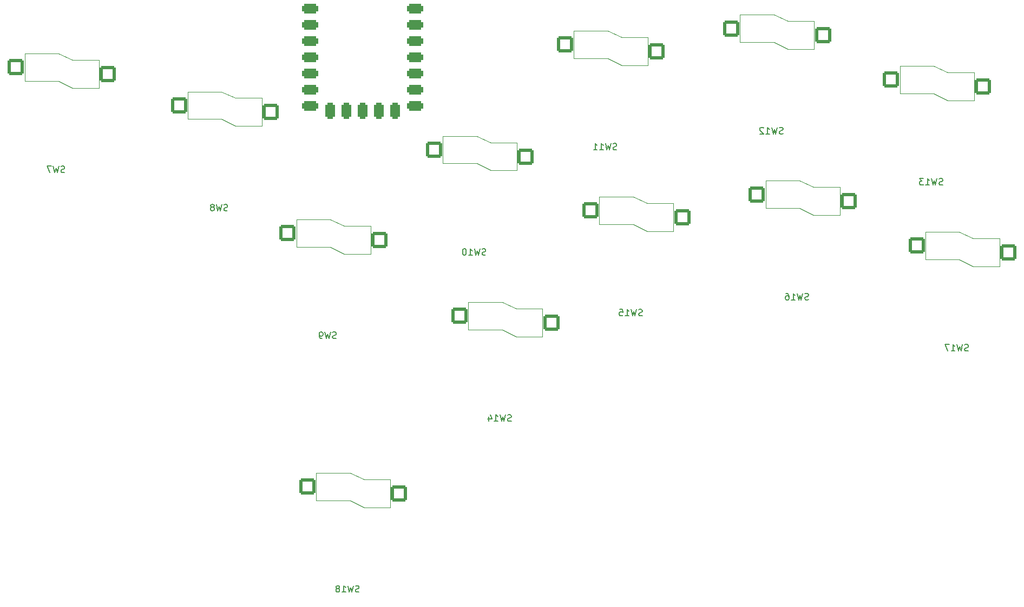
<source format=gbr>
%TF.GenerationSoftware,KiCad,Pcbnew,7.0.6*%
%TF.CreationDate,2024-01-12T12:33:24+02:00*%
%TF.ProjectId,Flatbox-rev5,466c6174-626f-4782-9d72-6576352e6b69,rev?*%
%TF.SameCoordinates,Original*%
%TF.FileFunction,Legend,Bot*%
%TF.FilePolarity,Positive*%
%FSLAX46Y46*%
G04 Gerber Fmt 4.6, Leading zero omitted, Abs format (unit mm)*
G04 Created by KiCad (PCBNEW 7.0.6) date 2024-01-12 12:33:24*
%MOMM*%
%LPD*%
G01*
G04 APERTURE LIST*
G04 Aperture macros list*
%AMRoundRect*
0 Rectangle with rounded corners*
0 $1 Rounding radius*
0 $2 $3 $4 $5 $6 $7 $8 $9 X,Y pos of 4 corners*
0 Add a 4 corners polygon primitive as box body*
4,1,4,$2,$3,$4,$5,$6,$7,$8,$9,$2,$3,0*
0 Add four circle primitives for the rounded corners*
1,1,$1+$1,$2,$3*
1,1,$1+$1,$4,$5*
1,1,$1+$1,$6,$7*
1,1,$1+$1,$8,$9*
0 Add four rect primitives between the rounded corners*
20,1,$1+$1,$2,$3,$4,$5,0*
20,1,$1+$1,$4,$5,$6,$7,0*
20,1,$1+$1,$6,$7,$8,$9,0*
20,1,$1+$1,$8,$9,$2,$3,0*%
G04 Aperture macros list end*
%ADD10C,0.150000*%
%ADD11C,0.100000*%
%ADD12C,2.200000*%
%ADD13RoundRect,0.400000X-0.900000X-0.400000X0.900000X-0.400000X0.900000X0.400000X-0.900000X0.400000X0*%
%ADD14RoundRect,0.400050X-0.899950X-0.400050X0.899950X-0.400050X0.899950X0.400050X-0.899950X0.400050X0*%
%ADD15RoundRect,0.400000X-0.400000X-0.900000X0.400000X-0.900000X0.400000X0.900000X-0.400000X0.900000X0*%
%ADD16RoundRect,0.393700X-0.393700X-0.906300X0.393700X-0.906300X0.393700X0.906300X-0.393700X0.906300X0*%
%ADD17C,3.800000*%
%ADD18C,2.032000*%
%ADD19RoundRect,0.250000X1.000000X1.025000X-1.000000X1.025000X-1.000000X-1.025000X1.000000X-1.025000X0*%
%ADD20C,1.701800*%
%ADD21C,3.000000*%
%ADD22C,5.010000*%
%ADD23C,2.000000*%
G04 APERTURE END LIST*
D10*
X82333332Y-77707200D02*
X82190475Y-77754819D01*
X82190475Y-77754819D02*
X81952380Y-77754819D01*
X81952380Y-77754819D02*
X81857142Y-77707200D01*
X81857142Y-77707200D02*
X81809523Y-77659580D01*
X81809523Y-77659580D02*
X81761904Y-77564342D01*
X81761904Y-77564342D02*
X81761904Y-77469104D01*
X81761904Y-77469104D02*
X81809523Y-77373866D01*
X81809523Y-77373866D02*
X81857142Y-77326247D01*
X81857142Y-77326247D02*
X81952380Y-77278628D01*
X81952380Y-77278628D02*
X82142856Y-77231009D01*
X82142856Y-77231009D02*
X82238094Y-77183390D01*
X82238094Y-77183390D02*
X82285713Y-77135771D01*
X82285713Y-77135771D02*
X82333332Y-77040533D01*
X82333332Y-77040533D02*
X82333332Y-76945295D01*
X82333332Y-76945295D02*
X82285713Y-76850057D01*
X82285713Y-76850057D02*
X82238094Y-76802438D01*
X82238094Y-76802438D02*
X82142856Y-76754819D01*
X82142856Y-76754819D02*
X81904761Y-76754819D01*
X81904761Y-76754819D02*
X81761904Y-76802438D01*
X81428570Y-76754819D02*
X81190475Y-77754819D01*
X81190475Y-77754819D02*
X80999999Y-77040533D01*
X80999999Y-77040533D02*
X80809523Y-77754819D01*
X80809523Y-77754819D02*
X80571428Y-76754819D01*
X80285713Y-76754819D02*
X79619047Y-76754819D01*
X79619047Y-76754819D02*
X80047618Y-77754819D01*
X223709523Y-105657200D02*
X223566666Y-105704819D01*
X223566666Y-105704819D02*
X223328571Y-105704819D01*
X223328571Y-105704819D02*
X223233333Y-105657200D01*
X223233333Y-105657200D02*
X223185714Y-105609580D01*
X223185714Y-105609580D02*
X223138095Y-105514342D01*
X223138095Y-105514342D02*
X223138095Y-105419104D01*
X223138095Y-105419104D02*
X223185714Y-105323866D01*
X223185714Y-105323866D02*
X223233333Y-105276247D01*
X223233333Y-105276247D02*
X223328571Y-105228628D01*
X223328571Y-105228628D02*
X223519047Y-105181009D01*
X223519047Y-105181009D02*
X223614285Y-105133390D01*
X223614285Y-105133390D02*
X223661904Y-105085771D01*
X223661904Y-105085771D02*
X223709523Y-104990533D01*
X223709523Y-104990533D02*
X223709523Y-104895295D01*
X223709523Y-104895295D02*
X223661904Y-104800057D01*
X223661904Y-104800057D02*
X223614285Y-104752438D01*
X223614285Y-104752438D02*
X223519047Y-104704819D01*
X223519047Y-104704819D02*
X223280952Y-104704819D01*
X223280952Y-104704819D02*
X223138095Y-104752438D01*
X222804761Y-104704819D02*
X222566666Y-105704819D01*
X222566666Y-105704819D02*
X222376190Y-104990533D01*
X222376190Y-104990533D02*
X222185714Y-105704819D01*
X222185714Y-105704819D02*
X221947619Y-104704819D01*
X221042857Y-105704819D02*
X221614285Y-105704819D01*
X221328571Y-105704819D02*
X221328571Y-104704819D01*
X221328571Y-104704819D02*
X221423809Y-104847676D01*
X221423809Y-104847676D02*
X221519047Y-104942914D01*
X221519047Y-104942914D02*
X221614285Y-104990533D01*
X220709523Y-104704819D02*
X220042857Y-104704819D01*
X220042857Y-104704819D02*
X220471428Y-105704819D01*
X128409523Y-143432200D02*
X128266666Y-143479819D01*
X128266666Y-143479819D02*
X128028571Y-143479819D01*
X128028571Y-143479819D02*
X127933333Y-143432200D01*
X127933333Y-143432200D02*
X127885714Y-143384580D01*
X127885714Y-143384580D02*
X127838095Y-143289342D01*
X127838095Y-143289342D02*
X127838095Y-143194104D01*
X127838095Y-143194104D02*
X127885714Y-143098866D01*
X127885714Y-143098866D02*
X127933333Y-143051247D01*
X127933333Y-143051247D02*
X128028571Y-143003628D01*
X128028571Y-143003628D02*
X128219047Y-142956009D01*
X128219047Y-142956009D02*
X128314285Y-142908390D01*
X128314285Y-142908390D02*
X128361904Y-142860771D01*
X128361904Y-142860771D02*
X128409523Y-142765533D01*
X128409523Y-142765533D02*
X128409523Y-142670295D01*
X128409523Y-142670295D02*
X128361904Y-142575057D01*
X128361904Y-142575057D02*
X128314285Y-142527438D01*
X128314285Y-142527438D02*
X128219047Y-142479819D01*
X128219047Y-142479819D02*
X127980952Y-142479819D01*
X127980952Y-142479819D02*
X127838095Y-142527438D01*
X127504761Y-142479819D02*
X127266666Y-143479819D01*
X127266666Y-143479819D02*
X127076190Y-142765533D01*
X127076190Y-142765533D02*
X126885714Y-143479819D01*
X126885714Y-143479819D02*
X126647619Y-142479819D01*
X125742857Y-143479819D02*
X126314285Y-143479819D01*
X126028571Y-143479819D02*
X126028571Y-142479819D01*
X126028571Y-142479819D02*
X126123809Y-142622676D01*
X126123809Y-142622676D02*
X126219047Y-142717914D01*
X126219047Y-142717914D02*
X126314285Y-142765533D01*
X125171428Y-142908390D02*
X125266666Y-142860771D01*
X125266666Y-142860771D02*
X125314285Y-142813152D01*
X125314285Y-142813152D02*
X125361904Y-142717914D01*
X125361904Y-142717914D02*
X125361904Y-142670295D01*
X125361904Y-142670295D02*
X125314285Y-142575057D01*
X125314285Y-142575057D02*
X125266666Y-142527438D01*
X125266666Y-142527438D02*
X125171428Y-142479819D01*
X125171428Y-142479819D02*
X124980952Y-142479819D01*
X124980952Y-142479819D02*
X124885714Y-142527438D01*
X124885714Y-142527438D02*
X124838095Y-142575057D01*
X124838095Y-142575057D02*
X124790476Y-142670295D01*
X124790476Y-142670295D02*
X124790476Y-142717914D01*
X124790476Y-142717914D02*
X124838095Y-142813152D01*
X124838095Y-142813152D02*
X124885714Y-142860771D01*
X124885714Y-142860771D02*
X124980952Y-142908390D01*
X124980952Y-142908390D02*
X125171428Y-142908390D01*
X125171428Y-142908390D02*
X125266666Y-142956009D01*
X125266666Y-142956009D02*
X125314285Y-143003628D01*
X125314285Y-143003628D02*
X125361904Y-143098866D01*
X125361904Y-143098866D02*
X125361904Y-143289342D01*
X125361904Y-143289342D02*
X125314285Y-143384580D01*
X125314285Y-143384580D02*
X125266666Y-143432200D01*
X125266666Y-143432200D02*
X125171428Y-143479819D01*
X125171428Y-143479819D02*
X124980952Y-143479819D01*
X124980952Y-143479819D02*
X124885714Y-143432200D01*
X124885714Y-143432200D02*
X124838095Y-143384580D01*
X124838095Y-143384580D02*
X124790476Y-143289342D01*
X124790476Y-143289342D02*
X124790476Y-143098866D01*
X124790476Y-143098866D02*
X124838095Y-143003628D01*
X124838095Y-143003628D02*
X124885714Y-142956009D01*
X124885714Y-142956009D02*
X124980952Y-142908390D01*
X152209523Y-116657200D02*
X152066666Y-116704819D01*
X152066666Y-116704819D02*
X151828571Y-116704819D01*
X151828571Y-116704819D02*
X151733333Y-116657200D01*
X151733333Y-116657200D02*
X151685714Y-116609580D01*
X151685714Y-116609580D02*
X151638095Y-116514342D01*
X151638095Y-116514342D02*
X151638095Y-116419104D01*
X151638095Y-116419104D02*
X151685714Y-116323866D01*
X151685714Y-116323866D02*
X151733333Y-116276247D01*
X151733333Y-116276247D02*
X151828571Y-116228628D01*
X151828571Y-116228628D02*
X152019047Y-116181009D01*
X152019047Y-116181009D02*
X152114285Y-116133390D01*
X152114285Y-116133390D02*
X152161904Y-116085771D01*
X152161904Y-116085771D02*
X152209523Y-115990533D01*
X152209523Y-115990533D02*
X152209523Y-115895295D01*
X152209523Y-115895295D02*
X152161904Y-115800057D01*
X152161904Y-115800057D02*
X152114285Y-115752438D01*
X152114285Y-115752438D02*
X152019047Y-115704819D01*
X152019047Y-115704819D02*
X151780952Y-115704819D01*
X151780952Y-115704819D02*
X151638095Y-115752438D01*
X151304761Y-115704819D02*
X151066666Y-116704819D01*
X151066666Y-116704819D02*
X150876190Y-115990533D01*
X150876190Y-115990533D02*
X150685714Y-116704819D01*
X150685714Y-116704819D02*
X150447619Y-115704819D01*
X149542857Y-116704819D02*
X150114285Y-116704819D01*
X149828571Y-116704819D02*
X149828571Y-115704819D01*
X149828571Y-115704819D02*
X149923809Y-115847676D01*
X149923809Y-115847676D02*
X150019047Y-115942914D01*
X150019047Y-115942914D02*
X150114285Y-115990533D01*
X148685714Y-116038152D02*
X148685714Y-116704819D01*
X148923809Y-115657200D02*
X149161904Y-116371485D01*
X149161904Y-116371485D02*
X148542857Y-116371485D01*
X194709523Y-71657200D02*
X194566666Y-71704819D01*
X194566666Y-71704819D02*
X194328571Y-71704819D01*
X194328571Y-71704819D02*
X194233333Y-71657200D01*
X194233333Y-71657200D02*
X194185714Y-71609580D01*
X194185714Y-71609580D02*
X194138095Y-71514342D01*
X194138095Y-71514342D02*
X194138095Y-71419104D01*
X194138095Y-71419104D02*
X194185714Y-71323866D01*
X194185714Y-71323866D02*
X194233333Y-71276247D01*
X194233333Y-71276247D02*
X194328571Y-71228628D01*
X194328571Y-71228628D02*
X194519047Y-71181009D01*
X194519047Y-71181009D02*
X194614285Y-71133390D01*
X194614285Y-71133390D02*
X194661904Y-71085771D01*
X194661904Y-71085771D02*
X194709523Y-70990533D01*
X194709523Y-70990533D02*
X194709523Y-70895295D01*
X194709523Y-70895295D02*
X194661904Y-70800057D01*
X194661904Y-70800057D02*
X194614285Y-70752438D01*
X194614285Y-70752438D02*
X194519047Y-70704819D01*
X194519047Y-70704819D02*
X194280952Y-70704819D01*
X194280952Y-70704819D02*
X194138095Y-70752438D01*
X193804761Y-70704819D02*
X193566666Y-71704819D01*
X193566666Y-71704819D02*
X193376190Y-70990533D01*
X193376190Y-70990533D02*
X193185714Y-71704819D01*
X193185714Y-71704819D02*
X192947619Y-70704819D01*
X192042857Y-71704819D02*
X192614285Y-71704819D01*
X192328571Y-71704819D02*
X192328571Y-70704819D01*
X192328571Y-70704819D02*
X192423809Y-70847676D01*
X192423809Y-70847676D02*
X192519047Y-70942914D01*
X192519047Y-70942914D02*
X192614285Y-70990533D01*
X191661904Y-70800057D02*
X191614285Y-70752438D01*
X191614285Y-70752438D02*
X191519047Y-70704819D01*
X191519047Y-70704819D02*
X191280952Y-70704819D01*
X191280952Y-70704819D02*
X191185714Y-70752438D01*
X191185714Y-70752438D02*
X191138095Y-70800057D01*
X191138095Y-70800057D02*
X191090476Y-70895295D01*
X191090476Y-70895295D02*
X191090476Y-70990533D01*
X191090476Y-70990533D02*
X191138095Y-71133390D01*
X191138095Y-71133390D02*
X191709523Y-71704819D01*
X191709523Y-71704819D02*
X191090476Y-71704819D01*
X219709523Y-79657200D02*
X219566666Y-79704819D01*
X219566666Y-79704819D02*
X219328571Y-79704819D01*
X219328571Y-79704819D02*
X219233333Y-79657200D01*
X219233333Y-79657200D02*
X219185714Y-79609580D01*
X219185714Y-79609580D02*
X219138095Y-79514342D01*
X219138095Y-79514342D02*
X219138095Y-79419104D01*
X219138095Y-79419104D02*
X219185714Y-79323866D01*
X219185714Y-79323866D02*
X219233333Y-79276247D01*
X219233333Y-79276247D02*
X219328571Y-79228628D01*
X219328571Y-79228628D02*
X219519047Y-79181009D01*
X219519047Y-79181009D02*
X219614285Y-79133390D01*
X219614285Y-79133390D02*
X219661904Y-79085771D01*
X219661904Y-79085771D02*
X219709523Y-78990533D01*
X219709523Y-78990533D02*
X219709523Y-78895295D01*
X219709523Y-78895295D02*
X219661904Y-78800057D01*
X219661904Y-78800057D02*
X219614285Y-78752438D01*
X219614285Y-78752438D02*
X219519047Y-78704819D01*
X219519047Y-78704819D02*
X219280952Y-78704819D01*
X219280952Y-78704819D02*
X219138095Y-78752438D01*
X218804761Y-78704819D02*
X218566666Y-79704819D01*
X218566666Y-79704819D02*
X218376190Y-78990533D01*
X218376190Y-78990533D02*
X218185714Y-79704819D01*
X218185714Y-79704819D02*
X217947619Y-78704819D01*
X217042857Y-79704819D02*
X217614285Y-79704819D01*
X217328571Y-79704819D02*
X217328571Y-78704819D01*
X217328571Y-78704819D02*
X217423809Y-78847676D01*
X217423809Y-78847676D02*
X217519047Y-78942914D01*
X217519047Y-78942914D02*
X217614285Y-78990533D01*
X216709523Y-78704819D02*
X216090476Y-78704819D01*
X216090476Y-78704819D02*
X216423809Y-79085771D01*
X216423809Y-79085771D02*
X216280952Y-79085771D01*
X216280952Y-79085771D02*
X216185714Y-79133390D01*
X216185714Y-79133390D02*
X216138095Y-79181009D01*
X216138095Y-79181009D02*
X216090476Y-79276247D01*
X216090476Y-79276247D02*
X216090476Y-79514342D01*
X216090476Y-79514342D02*
X216138095Y-79609580D01*
X216138095Y-79609580D02*
X216185714Y-79657200D01*
X216185714Y-79657200D02*
X216280952Y-79704819D01*
X216280952Y-79704819D02*
X216566666Y-79704819D01*
X216566666Y-79704819D02*
X216661904Y-79657200D01*
X216661904Y-79657200D02*
X216709523Y-79609580D01*
X124833332Y-103707200D02*
X124690475Y-103754819D01*
X124690475Y-103754819D02*
X124452380Y-103754819D01*
X124452380Y-103754819D02*
X124357142Y-103707200D01*
X124357142Y-103707200D02*
X124309523Y-103659580D01*
X124309523Y-103659580D02*
X124261904Y-103564342D01*
X124261904Y-103564342D02*
X124261904Y-103469104D01*
X124261904Y-103469104D02*
X124309523Y-103373866D01*
X124309523Y-103373866D02*
X124357142Y-103326247D01*
X124357142Y-103326247D02*
X124452380Y-103278628D01*
X124452380Y-103278628D02*
X124642856Y-103231009D01*
X124642856Y-103231009D02*
X124738094Y-103183390D01*
X124738094Y-103183390D02*
X124785713Y-103135771D01*
X124785713Y-103135771D02*
X124833332Y-103040533D01*
X124833332Y-103040533D02*
X124833332Y-102945295D01*
X124833332Y-102945295D02*
X124785713Y-102850057D01*
X124785713Y-102850057D02*
X124738094Y-102802438D01*
X124738094Y-102802438D02*
X124642856Y-102754819D01*
X124642856Y-102754819D02*
X124404761Y-102754819D01*
X124404761Y-102754819D02*
X124261904Y-102802438D01*
X123928570Y-102754819D02*
X123690475Y-103754819D01*
X123690475Y-103754819D02*
X123499999Y-103040533D01*
X123499999Y-103040533D02*
X123309523Y-103754819D01*
X123309523Y-103754819D02*
X123071428Y-102754819D01*
X122642856Y-103754819D02*
X122452380Y-103754819D01*
X122452380Y-103754819D02*
X122357142Y-103707200D01*
X122357142Y-103707200D02*
X122309523Y-103659580D01*
X122309523Y-103659580D02*
X122214285Y-103516723D01*
X122214285Y-103516723D02*
X122166666Y-103326247D01*
X122166666Y-103326247D02*
X122166666Y-102945295D01*
X122166666Y-102945295D02*
X122214285Y-102850057D01*
X122214285Y-102850057D02*
X122261904Y-102802438D01*
X122261904Y-102802438D02*
X122357142Y-102754819D01*
X122357142Y-102754819D02*
X122547618Y-102754819D01*
X122547618Y-102754819D02*
X122642856Y-102802438D01*
X122642856Y-102802438D02*
X122690475Y-102850057D01*
X122690475Y-102850057D02*
X122738094Y-102945295D01*
X122738094Y-102945295D02*
X122738094Y-103183390D01*
X122738094Y-103183390D02*
X122690475Y-103278628D01*
X122690475Y-103278628D02*
X122642856Y-103326247D01*
X122642856Y-103326247D02*
X122547618Y-103373866D01*
X122547618Y-103373866D02*
X122357142Y-103373866D01*
X122357142Y-103373866D02*
X122261904Y-103326247D01*
X122261904Y-103326247D02*
X122214285Y-103278628D01*
X122214285Y-103278628D02*
X122166666Y-103183390D01*
X107833332Y-83707200D02*
X107690475Y-83754819D01*
X107690475Y-83754819D02*
X107452380Y-83754819D01*
X107452380Y-83754819D02*
X107357142Y-83707200D01*
X107357142Y-83707200D02*
X107309523Y-83659580D01*
X107309523Y-83659580D02*
X107261904Y-83564342D01*
X107261904Y-83564342D02*
X107261904Y-83469104D01*
X107261904Y-83469104D02*
X107309523Y-83373866D01*
X107309523Y-83373866D02*
X107357142Y-83326247D01*
X107357142Y-83326247D02*
X107452380Y-83278628D01*
X107452380Y-83278628D02*
X107642856Y-83231009D01*
X107642856Y-83231009D02*
X107738094Y-83183390D01*
X107738094Y-83183390D02*
X107785713Y-83135771D01*
X107785713Y-83135771D02*
X107833332Y-83040533D01*
X107833332Y-83040533D02*
X107833332Y-82945295D01*
X107833332Y-82945295D02*
X107785713Y-82850057D01*
X107785713Y-82850057D02*
X107738094Y-82802438D01*
X107738094Y-82802438D02*
X107642856Y-82754819D01*
X107642856Y-82754819D02*
X107404761Y-82754819D01*
X107404761Y-82754819D02*
X107261904Y-82802438D01*
X106928570Y-82754819D02*
X106690475Y-83754819D01*
X106690475Y-83754819D02*
X106499999Y-83040533D01*
X106499999Y-83040533D02*
X106309523Y-83754819D01*
X106309523Y-83754819D02*
X106071428Y-82754819D01*
X105547618Y-83183390D02*
X105642856Y-83135771D01*
X105642856Y-83135771D02*
X105690475Y-83088152D01*
X105690475Y-83088152D02*
X105738094Y-82992914D01*
X105738094Y-82992914D02*
X105738094Y-82945295D01*
X105738094Y-82945295D02*
X105690475Y-82850057D01*
X105690475Y-82850057D02*
X105642856Y-82802438D01*
X105642856Y-82802438D02*
X105547618Y-82754819D01*
X105547618Y-82754819D02*
X105357142Y-82754819D01*
X105357142Y-82754819D02*
X105261904Y-82802438D01*
X105261904Y-82802438D02*
X105214285Y-82850057D01*
X105214285Y-82850057D02*
X105166666Y-82945295D01*
X105166666Y-82945295D02*
X105166666Y-82992914D01*
X105166666Y-82992914D02*
X105214285Y-83088152D01*
X105214285Y-83088152D02*
X105261904Y-83135771D01*
X105261904Y-83135771D02*
X105357142Y-83183390D01*
X105357142Y-83183390D02*
X105547618Y-83183390D01*
X105547618Y-83183390D02*
X105642856Y-83231009D01*
X105642856Y-83231009D02*
X105690475Y-83278628D01*
X105690475Y-83278628D02*
X105738094Y-83373866D01*
X105738094Y-83373866D02*
X105738094Y-83564342D01*
X105738094Y-83564342D02*
X105690475Y-83659580D01*
X105690475Y-83659580D02*
X105642856Y-83707200D01*
X105642856Y-83707200D02*
X105547618Y-83754819D01*
X105547618Y-83754819D02*
X105357142Y-83754819D01*
X105357142Y-83754819D02*
X105261904Y-83707200D01*
X105261904Y-83707200D02*
X105214285Y-83659580D01*
X105214285Y-83659580D02*
X105166666Y-83564342D01*
X105166666Y-83564342D02*
X105166666Y-83373866D01*
X105166666Y-83373866D02*
X105214285Y-83278628D01*
X105214285Y-83278628D02*
X105261904Y-83231009D01*
X105261904Y-83231009D02*
X105357142Y-83183390D01*
X148209523Y-90657200D02*
X148066666Y-90704819D01*
X148066666Y-90704819D02*
X147828571Y-90704819D01*
X147828571Y-90704819D02*
X147733333Y-90657200D01*
X147733333Y-90657200D02*
X147685714Y-90609580D01*
X147685714Y-90609580D02*
X147638095Y-90514342D01*
X147638095Y-90514342D02*
X147638095Y-90419104D01*
X147638095Y-90419104D02*
X147685714Y-90323866D01*
X147685714Y-90323866D02*
X147733333Y-90276247D01*
X147733333Y-90276247D02*
X147828571Y-90228628D01*
X147828571Y-90228628D02*
X148019047Y-90181009D01*
X148019047Y-90181009D02*
X148114285Y-90133390D01*
X148114285Y-90133390D02*
X148161904Y-90085771D01*
X148161904Y-90085771D02*
X148209523Y-89990533D01*
X148209523Y-89990533D02*
X148209523Y-89895295D01*
X148209523Y-89895295D02*
X148161904Y-89800057D01*
X148161904Y-89800057D02*
X148114285Y-89752438D01*
X148114285Y-89752438D02*
X148019047Y-89704819D01*
X148019047Y-89704819D02*
X147780952Y-89704819D01*
X147780952Y-89704819D02*
X147638095Y-89752438D01*
X147304761Y-89704819D02*
X147066666Y-90704819D01*
X147066666Y-90704819D02*
X146876190Y-89990533D01*
X146876190Y-89990533D02*
X146685714Y-90704819D01*
X146685714Y-90704819D02*
X146447619Y-89704819D01*
X145542857Y-90704819D02*
X146114285Y-90704819D01*
X145828571Y-90704819D02*
X145828571Y-89704819D01*
X145828571Y-89704819D02*
X145923809Y-89847676D01*
X145923809Y-89847676D02*
X146019047Y-89942914D01*
X146019047Y-89942914D02*
X146114285Y-89990533D01*
X144923809Y-89704819D02*
X144828571Y-89704819D01*
X144828571Y-89704819D02*
X144733333Y-89752438D01*
X144733333Y-89752438D02*
X144685714Y-89800057D01*
X144685714Y-89800057D02*
X144638095Y-89895295D01*
X144638095Y-89895295D02*
X144590476Y-90085771D01*
X144590476Y-90085771D02*
X144590476Y-90323866D01*
X144590476Y-90323866D02*
X144638095Y-90514342D01*
X144638095Y-90514342D02*
X144685714Y-90609580D01*
X144685714Y-90609580D02*
X144733333Y-90657200D01*
X144733333Y-90657200D02*
X144828571Y-90704819D01*
X144828571Y-90704819D02*
X144923809Y-90704819D01*
X144923809Y-90704819D02*
X145019047Y-90657200D01*
X145019047Y-90657200D02*
X145066666Y-90609580D01*
X145066666Y-90609580D02*
X145114285Y-90514342D01*
X145114285Y-90514342D02*
X145161904Y-90323866D01*
X145161904Y-90323866D02*
X145161904Y-90085771D01*
X145161904Y-90085771D02*
X145114285Y-89895295D01*
X145114285Y-89895295D02*
X145066666Y-89800057D01*
X145066666Y-89800057D02*
X145019047Y-89752438D01*
X145019047Y-89752438D02*
X144923809Y-89704819D01*
X172709523Y-100157200D02*
X172566666Y-100204819D01*
X172566666Y-100204819D02*
X172328571Y-100204819D01*
X172328571Y-100204819D02*
X172233333Y-100157200D01*
X172233333Y-100157200D02*
X172185714Y-100109580D01*
X172185714Y-100109580D02*
X172138095Y-100014342D01*
X172138095Y-100014342D02*
X172138095Y-99919104D01*
X172138095Y-99919104D02*
X172185714Y-99823866D01*
X172185714Y-99823866D02*
X172233333Y-99776247D01*
X172233333Y-99776247D02*
X172328571Y-99728628D01*
X172328571Y-99728628D02*
X172519047Y-99681009D01*
X172519047Y-99681009D02*
X172614285Y-99633390D01*
X172614285Y-99633390D02*
X172661904Y-99585771D01*
X172661904Y-99585771D02*
X172709523Y-99490533D01*
X172709523Y-99490533D02*
X172709523Y-99395295D01*
X172709523Y-99395295D02*
X172661904Y-99300057D01*
X172661904Y-99300057D02*
X172614285Y-99252438D01*
X172614285Y-99252438D02*
X172519047Y-99204819D01*
X172519047Y-99204819D02*
X172280952Y-99204819D01*
X172280952Y-99204819D02*
X172138095Y-99252438D01*
X171804761Y-99204819D02*
X171566666Y-100204819D01*
X171566666Y-100204819D02*
X171376190Y-99490533D01*
X171376190Y-99490533D02*
X171185714Y-100204819D01*
X171185714Y-100204819D02*
X170947619Y-99204819D01*
X170042857Y-100204819D02*
X170614285Y-100204819D01*
X170328571Y-100204819D02*
X170328571Y-99204819D01*
X170328571Y-99204819D02*
X170423809Y-99347676D01*
X170423809Y-99347676D02*
X170519047Y-99442914D01*
X170519047Y-99442914D02*
X170614285Y-99490533D01*
X169138095Y-99204819D02*
X169614285Y-99204819D01*
X169614285Y-99204819D02*
X169661904Y-99681009D01*
X169661904Y-99681009D02*
X169614285Y-99633390D01*
X169614285Y-99633390D02*
X169519047Y-99585771D01*
X169519047Y-99585771D02*
X169280952Y-99585771D01*
X169280952Y-99585771D02*
X169185714Y-99633390D01*
X169185714Y-99633390D02*
X169138095Y-99681009D01*
X169138095Y-99681009D02*
X169090476Y-99776247D01*
X169090476Y-99776247D02*
X169090476Y-100014342D01*
X169090476Y-100014342D02*
X169138095Y-100109580D01*
X169138095Y-100109580D02*
X169185714Y-100157200D01*
X169185714Y-100157200D02*
X169280952Y-100204819D01*
X169280952Y-100204819D02*
X169519047Y-100204819D01*
X169519047Y-100204819D02*
X169614285Y-100157200D01*
X169614285Y-100157200D02*
X169661904Y-100109580D01*
X198709523Y-97657200D02*
X198566666Y-97704819D01*
X198566666Y-97704819D02*
X198328571Y-97704819D01*
X198328571Y-97704819D02*
X198233333Y-97657200D01*
X198233333Y-97657200D02*
X198185714Y-97609580D01*
X198185714Y-97609580D02*
X198138095Y-97514342D01*
X198138095Y-97514342D02*
X198138095Y-97419104D01*
X198138095Y-97419104D02*
X198185714Y-97323866D01*
X198185714Y-97323866D02*
X198233333Y-97276247D01*
X198233333Y-97276247D02*
X198328571Y-97228628D01*
X198328571Y-97228628D02*
X198519047Y-97181009D01*
X198519047Y-97181009D02*
X198614285Y-97133390D01*
X198614285Y-97133390D02*
X198661904Y-97085771D01*
X198661904Y-97085771D02*
X198709523Y-96990533D01*
X198709523Y-96990533D02*
X198709523Y-96895295D01*
X198709523Y-96895295D02*
X198661904Y-96800057D01*
X198661904Y-96800057D02*
X198614285Y-96752438D01*
X198614285Y-96752438D02*
X198519047Y-96704819D01*
X198519047Y-96704819D02*
X198280952Y-96704819D01*
X198280952Y-96704819D02*
X198138095Y-96752438D01*
X197804761Y-96704819D02*
X197566666Y-97704819D01*
X197566666Y-97704819D02*
X197376190Y-96990533D01*
X197376190Y-96990533D02*
X197185714Y-97704819D01*
X197185714Y-97704819D02*
X196947619Y-96704819D01*
X196042857Y-97704819D02*
X196614285Y-97704819D01*
X196328571Y-97704819D02*
X196328571Y-96704819D01*
X196328571Y-96704819D02*
X196423809Y-96847676D01*
X196423809Y-96847676D02*
X196519047Y-96942914D01*
X196519047Y-96942914D02*
X196614285Y-96990533D01*
X195185714Y-96704819D02*
X195376190Y-96704819D01*
X195376190Y-96704819D02*
X195471428Y-96752438D01*
X195471428Y-96752438D02*
X195519047Y-96800057D01*
X195519047Y-96800057D02*
X195614285Y-96942914D01*
X195614285Y-96942914D02*
X195661904Y-97133390D01*
X195661904Y-97133390D02*
X195661904Y-97514342D01*
X195661904Y-97514342D02*
X195614285Y-97609580D01*
X195614285Y-97609580D02*
X195566666Y-97657200D01*
X195566666Y-97657200D02*
X195471428Y-97704819D01*
X195471428Y-97704819D02*
X195280952Y-97704819D01*
X195280952Y-97704819D02*
X195185714Y-97657200D01*
X195185714Y-97657200D02*
X195138095Y-97609580D01*
X195138095Y-97609580D02*
X195090476Y-97514342D01*
X195090476Y-97514342D02*
X195090476Y-97276247D01*
X195090476Y-97276247D02*
X195138095Y-97181009D01*
X195138095Y-97181009D02*
X195185714Y-97133390D01*
X195185714Y-97133390D02*
X195280952Y-97085771D01*
X195280952Y-97085771D02*
X195471428Y-97085771D01*
X195471428Y-97085771D02*
X195566666Y-97133390D01*
X195566666Y-97133390D02*
X195614285Y-97181009D01*
X195614285Y-97181009D02*
X195661904Y-97276247D01*
X168709523Y-74157200D02*
X168566666Y-74204819D01*
X168566666Y-74204819D02*
X168328571Y-74204819D01*
X168328571Y-74204819D02*
X168233333Y-74157200D01*
X168233333Y-74157200D02*
X168185714Y-74109580D01*
X168185714Y-74109580D02*
X168138095Y-74014342D01*
X168138095Y-74014342D02*
X168138095Y-73919104D01*
X168138095Y-73919104D02*
X168185714Y-73823866D01*
X168185714Y-73823866D02*
X168233333Y-73776247D01*
X168233333Y-73776247D02*
X168328571Y-73728628D01*
X168328571Y-73728628D02*
X168519047Y-73681009D01*
X168519047Y-73681009D02*
X168614285Y-73633390D01*
X168614285Y-73633390D02*
X168661904Y-73585771D01*
X168661904Y-73585771D02*
X168709523Y-73490533D01*
X168709523Y-73490533D02*
X168709523Y-73395295D01*
X168709523Y-73395295D02*
X168661904Y-73300057D01*
X168661904Y-73300057D02*
X168614285Y-73252438D01*
X168614285Y-73252438D02*
X168519047Y-73204819D01*
X168519047Y-73204819D02*
X168280952Y-73204819D01*
X168280952Y-73204819D02*
X168138095Y-73252438D01*
X167804761Y-73204819D02*
X167566666Y-74204819D01*
X167566666Y-74204819D02*
X167376190Y-73490533D01*
X167376190Y-73490533D02*
X167185714Y-74204819D01*
X167185714Y-74204819D02*
X166947619Y-73204819D01*
X166042857Y-74204819D02*
X166614285Y-74204819D01*
X166328571Y-74204819D02*
X166328571Y-73204819D01*
X166328571Y-73204819D02*
X166423809Y-73347676D01*
X166423809Y-73347676D02*
X166519047Y-73442914D01*
X166519047Y-73442914D02*
X166614285Y-73490533D01*
X165090476Y-74204819D02*
X165661904Y-74204819D01*
X165376190Y-74204819D02*
X165376190Y-73204819D01*
X165376190Y-73204819D02*
X165471428Y-73347676D01*
X165471428Y-73347676D02*
X165566666Y-73442914D01*
X165566666Y-73442914D02*
X165661904Y-73490533D01*
D11*
%TO.C,SW7*%
X87700000Y-64500000D02*
X83600000Y-64500000D01*
X87700000Y-60100000D02*
X87700000Y-64500000D01*
X83600000Y-64500000D02*
X81400000Y-63400000D01*
X83600000Y-60100000D02*
X87700000Y-60100000D01*
X81400000Y-63400000D02*
X76100000Y-63400000D01*
X81400000Y-59100000D02*
X83600000Y-60100000D01*
X76100000Y-63400000D02*
X76100000Y-59100000D01*
X76100000Y-59100000D02*
X81400000Y-59100000D01*
%TO.C,SW17*%
X228600000Y-92450000D02*
X224500000Y-92450000D01*
X228600000Y-88050000D02*
X228600000Y-92450000D01*
X224500000Y-92450000D02*
X222300000Y-91350000D01*
X224500000Y-88050000D02*
X228600000Y-88050000D01*
X222300000Y-91350000D02*
X217000000Y-91350000D01*
X222300000Y-87050000D02*
X224500000Y-88050000D01*
X217000000Y-91350000D02*
X217000000Y-87050000D01*
X217000000Y-87050000D02*
X222300000Y-87050000D01*
%TO.C,SW18*%
X133300000Y-130225000D02*
X129200000Y-130225000D01*
X133300000Y-125825000D02*
X133300000Y-130225000D01*
X129200000Y-130225000D02*
X127000000Y-129125000D01*
X129200000Y-125825000D02*
X133300000Y-125825000D01*
X127000000Y-129125000D02*
X121700000Y-129125000D01*
X127000000Y-124825000D02*
X129200000Y-125825000D01*
X121700000Y-129125000D02*
X121700000Y-124825000D01*
X121700000Y-124825000D02*
X127000000Y-124825000D01*
%TO.C,SW14*%
X157100000Y-103450000D02*
X153000000Y-103450000D01*
X157100000Y-99050000D02*
X157100000Y-103450000D01*
X153000000Y-103450000D02*
X150800000Y-102350000D01*
X153000000Y-99050000D02*
X157100000Y-99050000D01*
X150800000Y-102350000D02*
X145500000Y-102350000D01*
X150800000Y-98050000D02*
X153000000Y-99050000D01*
X145500000Y-102350000D02*
X145500000Y-98050000D01*
X145500000Y-98050000D02*
X150800000Y-98050000D01*
%TO.C,SW12*%
X199600000Y-58450000D02*
X195500000Y-58450000D01*
X199600000Y-54050000D02*
X199600000Y-58450000D01*
X195500000Y-58450000D02*
X193300000Y-57350000D01*
X195500000Y-54050000D02*
X199600000Y-54050000D01*
X193300000Y-57350000D02*
X188000000Y-57350000D01*
X193300000Y-53050000D02*
X195500000Y-54050000D01*
X188000000Y-57350000D02*
X188000000Y-53050000D01*
X188000000Y-53050000D02*
X193300000Y-53050000D01*
%TO.C,SW13*%
X224600000Y-66450000D02*
X220500000Y-66450000D01*
X224600000Y-62050000D02*
X224600000Y-66450000D01*
X220500000Y-66450000D02*
X218300000Y-65350000D01*
X220500000Y-62050000D02*
X224600000Y-62050000D01*
X218300000Y-65350000D02*
X213000000Y-65350000D01*
X218300000Y-61050000D02*
X220500000Y-62050000D01*
X213000000Y-65350000D02*
X213000000Y-61050000D01*
X213000000Y-61050000D02*
X218300000Y-61050000D01*
%TO.C,SW9*%
X130200000Y-90500000D02*
X126100000Y-90500000D01*
X130200000Y-86100000D02*
X130200000Y-90500000D01*
X126100000Y-90500000D02*
X123900000Y-89400000D01*
X126100000Y-86100000D02*
X130200000Y-86100000D01*
X123900000Y-89400000D02*
X118600000Y-89400000D01*
X123900000Y-85100000D02*
X126100000Y-86100000D01*
X118600000Y-89400000D02*
X118600000Y-85100000D01*
X118600000Y-85100000D02*
X123900000Y-85100000D01*
%TO.C,SW8*%
X113200000Y-70500000D02*
X109100000Y-70500000D01*
X113200000Y-66100000D02*
X113200000Y-70500000D01*
X109100000Y-70500000D02*
X106900000Y-69400000D01*
X109100000Y-66100000D02*
X113200000Y-66100000D01*
X106900000Y-69400000D02*
X101600000Y-69400000D01*
X106900000Y-65100000D02*
X109100000Y-66100000D01*
X101600000Y-69400000D02*
X101600000Y-65100000D01*
X101600000Y-65100000D02*
X106900000Y-65100000D01*
%TO.C,SW10*%
X153100000Y-77450000D02*
X149000000Y-77450000D01*
X153100000Y-73050000D02*
X153100000Y-77450000D01*
X149000000Y-77450000D02*
X146800000Y-76350000D01*
X149000000Y-73050000D02*
X153100000Y-73050000D01*
X146800000Y-76350000D02*
X141500000Y-76350000D01*
X146800000Y-72050000D02*
X149000000Y-73050000D01*
X141500000Y-76350000D02*
X141500000Y-72050000D01*
X141500000Y-72050000D02*
X146800000Y-72050000D01*
%TO.C,SW15*%
X177600000Y-86950000D02*
X173500000Y-86950000D01*
X177600000Y-82550000D02*
X177600000Y-86950000D01*
X173500000Y-86950000D02*
X171300000Y-85850000D01*
X173500000Y-82550000D02*
X177600000Y-82550000D01*
X171300000Y-85850000D02*
X166000000Y-85850000D01*
X171300000Y-81550000D02*
X173500000Y-82550000D01*
X166000000Y-85850000D02*
X166000000Y-81550000D01*
X166000000Y-81550000D02*
X171300000Y-81550000D01*
%TO.C,SW16*%
X203600000Y-84450000D02*
X199500000Y-84450000D01*
X203600000Y-80050000D02*
X203600000Y-84450000D01*
X199500000Y-84450000D02*
X197300000Y-83350000D01*
X199500000Y-80050000D02*
X203600000Y-80050000D01*
X197300000Y-83350000D02*
X192000000Y-83350000D01*
X197300000Y-79050000D02*
X199500000Y-80050000D01*
X192000000Y-83350000D02*
X192000000Y-79050000D01*
X192000000Y-79050000D02*
X197300000Y-79050000D01*
%TO.C,SW11*%
X173600000Y-60950000D02*
X169500000Y-60950000D01*
X173600000Y-56550000D02*
X173600000Y-60950000D01*
X169500000Y-60950000D02*
X167300000Y-59850000D01*
X169500000Y-56550000D02*
X173600000Y-56550000D01*
X167300000Y-59850000D02*
X162000000Y-59850000D01*
X167300000Y-55550000D02*
X169500000Y-56550000D01*
X162000000Y-59850000D02*
X162000000Y-55550000D01*
X162000000Y-55550000D02*
X167300000Y-55550000D01*
%TD*%
%LPC*%
D12*
%TO.C,H8*%
X188985687Y-110970000D03*
%TD*%
D13*
%TO.C,A1*%
X137165000Y-47000000D03*
X137165000Y-49540000D03*
X137165000Y-52080000D03*
X137165000Y-54620000D03*
X137165000Y-57160000D03*
D14*
X137165000Y-59700000D03*
X137165000Y-62240000D03*
X137165000Y-64780000D03*
X137165000Y-67320000D03*
D15*
X134025000Y-68130000D03*
D16*
X131485000Y-68130000D03*
X128945000Y-68130000D03*
X126405000Y-68130000D03*
X123865000Y-68130000D03*
D14*
X120725000Y-67320000D03*
X120725000Y-64780000D03*
X120725000Y-62240000D03*
X120725000Y-59700000D03*
X120725000Y-47000000D03*
X120725000Y-49540000D03*
X120725000Y-52080000D03*
X120725000Y-57160000D03*
X120725000Y-54620000D03*
%TD*%
D17*
%TO.C,Hadouken*%
X152930000Y-136470000D03*
%TD*%
D18*
%TO.C,SW7*%
X78400000Y-72750000D03*
D19*
X74725000Y-61250000D03*
X89075000Y-62300000D03*
D18*
X85400000Y-71700000D03*
D20*
X86500000Y-67000000D03*
D21*
X85400000Y-62300000D03*
D22*
X81000000Y-67000000D03*
D21*
X78400000Y-61250000D03*
D20*
X75500000Y-67000000D03*
%TD*%
D23*
%TO.C,SW4*%
X205750000Y-136750000D03*
X212250000Y-136750000D03*
X205750000Y-141250000D03*
X212250000Y-141250000D03*
%TD*%
%TO.C,SW2*%
X192250000Y-141250000D03*
X185750000Y-141250000D03*
X192250000Y-136750000D03*
X185750000Y-136750000D03*
%TD*%
%TO.C,SW5*%
X215750000Y-136750000D03*
X222250000Y-136750000D03*
X215750000Y-141250000D03*
X222250000Y-141250000D03*
%TD*%
%TO.C,SW1*%
X182250000Y-141250000D03*
X175750000Y-141250000D03*
X182250000Y-136750000D03*
X175750000Y-136750000D03*
%TD*%
%TO.C,SW3*%
X202250000Y-141250000D03*
X195750000Y-141250000D03*
X202250000Y-136750000D03*
X195750000Y-136750000D03*
%TD*%
%TO.C,SW6*%
X225750000Y-136750000D03*
X232250000Y-136750000D03*
X225750000Y-141250000D03*
X232250000Y-141250000D03*
%TD*%
D12*
%TO.C,H2*%
X71000000Y-142000000D03*
%TD*%
%TO.C,H7*%
X232000000Y-128000000D03*
%TD*%
D18*
%TO.C,SW17*%
X219300000Y-100700000D03*
D19*
X215625000Y-89200000D03*
X229975000Y-90250000D03*
D18*
X226300000Y-99650000D03*
D20*
X227400000Y-94950000D03*
D21*
X226300000Y-90250000D03*
D22*
X221900000Y-94950000D03*
D21*
X219300000Y-89200000D03*
D20*
X216400000Y-94950000D03*
%TD*%
D18*
%TO.C,SW18*%
X124000000Y-138475000D03*
D19*
X120325000Y-126975000D03*
X134675000Y-128025000D03*
D18*
X131000000Y-137425000D03*
D20*
X132100000Y-132725000D03*
D21*
X131000000Y-128025000D03*
D22*
X126600000Y-132725000D03*
D21*
X124000000Y-126975000D03*
D20*
X121100000Y-132725000D03*
%TD*%
D18*
%TO.C,SW14*%
X147800000Y-111700000D03*
D19*
X144125000Y-100200000D03*
X158475000Y-101250000D03*
D18*
X154800000Y-110650000D03*
D20*
X155900000Y-105950000D03*
D21*
X154800000Y-101250000D03*
D22*
X150400000Y-105950000D03*
D21*
X147800000Y-100200000D03*
D20*
X144900000Y-105950000D03*
%TD*%
D18*
%TO.C,SW12*%
X190300000Y-66700000D03*
D19*
X186625000Y-55200000D03*
X200975000Y-56250000D03*
D18*
X197300000Y-65650000D03*
D20*
X198400000Y-60950000D03*
D21*
X197300000Y-56250000D03*
D22*
X192900000Y-60950000D03*
D21*
X190300000Y-55200000D03*
D20*
X187400000Y-60950000D03*
%TD*%
D18*
%TO.C,SW13*%
X215300000Y-74700000D03*
D19*
X211625000Y-63200000D03*
X225975000Y-64250000D03*
D18*
X222300000Y-73650000D03*
D20*
X223400000Y-68950000D03*
D21*
X222300000Y-64250000D03*
D22*
X217900000Y-68950000D03*
D21*
X215300000Y-63200000D03*
D20*
X212400000Y-68950000D03*
%TD*%
D18*
%TO.C,SW9*%
X120900000Y-98750000D03*
D19*
X117225000Y-87250000D03*
X131575000Y-88300000D03*
D18*
X127900000Y-97700000D03*
D20*
X129000000Y-93000000D03*
D21*
X127900000Y-88300000D03*
D22*
X123500000Y-93000000D03*
D21*
X120900000Y-87250000D03*
D20*
X118000000Y-93000000D03*
%TD*%
D18*
%TO.C,SW8*%
X103900000Y-78750000D03*
D19*
X100225000Y-67250000D03*
X114575000Y-68300000D03*
D18*
X110900000Y-77700000D03*
D20*
X112000000Y-73000000D03*
D21*
X110900000Y-68300000D03*
D22*
X106500000Y-73000000D03*
D21*
X103900000Y-67250000D03*
D20*
X101000000Y-73000000D03*
%TD*%
D18*
%TO.C,SW10*%
X143800000Y-85700000D03*
D19*
X140125000Y-74200000D03*
X154475000Y-75250000D03*
D18*
X150800000Y-84650000D03*
D20*
X151900000Y-79950000D03*
D21*
X150800000Y-75250000D03*
D22*
X146400000Y-79950000D03*
D21*
X143800000Y-74200000D03*
D20*
X140900000Y-79950000D03*
%TD*%
D18*
%TO.C,SW15*%
X168300000Y-95200000D03*
D19*
X164625000Y-83700000D03*
X178975000Y-84750000D03*
D18*
X175300000Y-94150000D03*
D20*
X176400000Y-89450000D03*
D21*
X175300000Y-84750000D03*
D22*
X170900000Y-89450000D03*
D21*
X168300000Y-83700000D03*
D20*
X165400000Y-89450000D03*
%TD*%
D12*
%TO.C,H3*%
X232000000Y-50500000D03*
%TD*%
%TO.C,H5*%
X101000000Y-113000000D03*
%TD*%
D18*
%TO.C,SW16*%
X194300000Y-92700000D03*
D19*
X190625000Y-81200000D03*
X204975000Y-82250000D03*
D18*
X201300000Y-91650000D03*
D20*
X202400000Y-86950000D03*
D21*
X201300000Y-82250000D03*
D22*
X196900000Y-86950000D03*
D21*
X194300000Y-81200000D03*
D20*
X191400000Y-86950000D03*
%TD*%
D18*
%TO.C,SW11*%
X164300000Y-69200000D03*
D19*
X160625000Y-57700000D03*
X174975000Y-58750000D03*
D18*
X171300000Y-68150000D03*
D20*
X172400000Y-63450000D03*
D21*
X171300000Y-58750000D03*
D22*
X166900000Y-63450000D03*
D21*
X164300000Y-57700000D03*
D20*
X161400000Y-63450000D03*
%TD*%
D12*
%TO.C,H1*%
X71000000Y-50500000D03*
%TD*%
%TO.C,H6*%
X156000000Y-92000000D03*
%TD*%
%LPD*%
M02*

</source>
